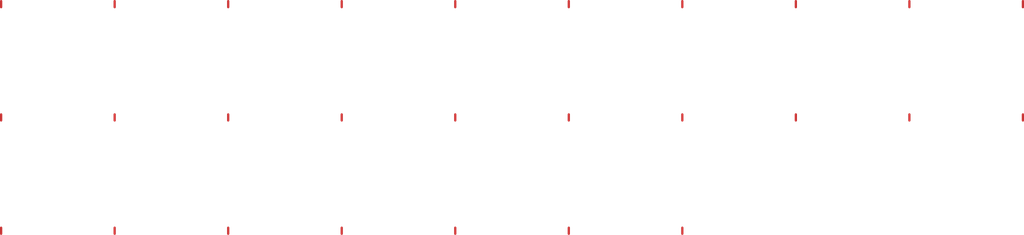
<source format=kicad_pcb>
  (kicad_pcb (version 4) (host pcbnew "(2014-07-21 BZR 5016)-product")

  (general
    (links 0)
    (no_connects 0)
    (area 0 0 0 0)
    (thickness 1.6)
    (drawings 1)
    (tracks 0)
    (zones 0)
    (modules 42)
    (nets 2)
  )

  (page A4)
  (layers
    (0 F.Cu signal)
	(1 In1.Cu signal)
    (2 In2.Cu power)
    (3 In3.Cu power)
    (4 In4.Cu signal)
    (5 In5.Cu signal)
    (6 In6.Cu signal)
    (7 In7.Cu signal)
    (8 In8.Cu signal)
    (31 B.Cu signal)
    (32 B.Adhes user)
    (33 F.Adhes user)
    (34 B.Paste user)
    (35 F.Paste user)
    (36 B.SilkS user)
    (37 F.SilkS user)
    (38 B.Mask user)
    (39 F.Mask user)
    (40 Dwgs.User user)
    (41 Cmts.User user)
    (42 Eco1.User user)
    (43 Eco2.User user)
    (44 Edge.Cuts user)
    (45 Margin user)
    (46 B.CrtYd user)
    (47 F.CrtYd user)
    (48 B.Fab user)
    (49 F.Fab user)

  )

  (setup
    (last_trace_width 0.254)
    (trace_clearance 0.127)
    (zone_clearance 0.0144)
    (zone_45_only no)
    (trace_min 0.254)
    (segment_width 0.2)
    (edge_width 0.1)
    (via_size 0.889)
    (via_drill 0.635)
    (via_min_size 0.889)
    (via_min_drill 0.508)
    (uvia_size 0.508)
    (uvia_drill 0.127)
    (uvias_allowed no)
    (uvia_min_size 0.508)
    (uvia_min_drill 0.127)
    (pcb_text_width 0.3)
    (pcb_text_size 1.5 1.5)
    (mod_edge_width 0.15)
    (mod_text_size 1 1)
    (mod_text_width 0.15)
    (pad_size 1.5 1.5)
    (pad_drill 0.6)
    (pad_to_mask_clearance 0)
    (aux_axis_origin 0 0)
    (visible_elements 7FFFF77F)
    (pcbplotparams
      (layerselection 262143)
      (usegerberextensions false)
      (excludeedgelayer true)
      (linewidth 0.100000)
      (plotframeref false)
      (viasonmask false)
      (mode 1)
      (useauxorigin false)
      (hpglpennumber 1)
      (hpglpenspeed 20)
      (hpglpendiameter 15)
      (hpglpenoverlay 2)
      (psnegative false)
      (psa4output false)
      (plotreference true)
      (plotvalue true)
      (plotinvisibletext false)
      (padsonsilk false)
      (subtractmaskfromsilk false)
      (outputformat 1)
      (mirror false)
      (drillshape 0)
      (scaleselection 1)
      (outputdirectory "GerberOutput/"))
  )

  (net 0 "")
  (net 1 "Net1")
  
  (net_class Default "This is the default net class."
    (clearance 0.254)
    (trace_width 0.254)
    (via_dia 0.889)
    (via_drill 0.635)
    (uvia_dia 0.508)
    (uvia_drill 0.127)
	(add_net Net1)
  )
  (module A0 (layer F.Cu) (tedit 4289BEAB) (tstamp 539EEDBF)
    (at 30 30)
    (path /539EEC0F)
    (attr smd)
	(model "/home/rmarko/git/ODriveHardware/v3/wrlshp/2196A315-400F.wrl"
      (at (xyz 0 0 0))
      (scale (xyz 1 1 1))
      (rotate (xyz 0 0 0))
    )
    (pad "1" smd oval (at 0.0 0.0) (size 0.60000 2.20000) 
      (layers F.Cu F.Mask F.Paste)
    )
  )
  (module A1 (layer F.Cu) (tedit 4289BEAB) (tstamp 539EEDBF)
    (at 60 30)
    (path /539EEC0F)
    (attr smd)
	(model "/home/rmarko/git/ODriveHardware/v3/wrlshp/34DED447-C87F.wrl"
      (at (xyz 0 0 0))
      (scale (xyz 1 1 1))
      (rotate (xyz 0 0 0))
    )
    (pad "1" smd oval (at 0.0 0.0) (size 0.60000 2.20000) 
      (layers F.Cu F.Mask F.Paste)
    )
  )
  (module A2 (layer F.Cu) (tedit 4289BEAB) (tstamp 539EEDBF)
    (at 90 30)
    (path /539EEC0F)
    (attr smd)
	(model "/home/rmarko/git/ODriveHardware/v3/wrlshp/3787B4EA-9498.wrl"
      (at (xyz 0 0 0))
      (scale (xyz 1 1 1))
      (rotate (xyz 0 0 0))
    )
    (pad "1" smd oval (at 0.0 0.0) (size 0.60000 2.20000) 
      (layers F.Cu F.Mask F.Paste)
    )
  )
  (module A3 (layer F.Cu) (tedit 4289BEAB) (tstamp 539EEDBF)
    (at 120 30)
    (path /539EEC0F)
    (attr smd)
	(model "/home/rmarko/git/ODriveHardware/v3/wrlshp/3CE2089C-6204.wrl"
      (at (xyz 0 0 0))
      (scale (xyz 1 1 1))
      (rotate (xyz 0 0 0))
    )
    (pad "1" smd oval (at 0.0 0.0) (size 0.60000 2.20000) 
      (layers F.Cu F.Mask F.Paste)
    )
  )
  (module A4 (layer F.Cu) (tedit 4289BEAB) (tstamp 539EEDBF)
    (at 150 30)
    (path /539EEC0F)
    (attr smd)
	(model "/home/rmarko/git/ODriveHardware/v3/wrlshp/4C8941FA-F7C0.wrl"
      (at (xyz 0 0 0))
      (scale (xyz 1 1 1))
      (rotate (xyz 0 0 0))
    )
    (pad "1" smd oval (at 0.0 0.0) (size 0.60000 2.20000) 
      (layers F.Cu F.Mask F.Paste)
    )
  )
  (module A5 (layer F.Cu) (tedit 4289BEAB) (tstamp 539EEDBF)
    (at 180 30)
    (path /539EEC0F)
    (attr smd)
	(model "/home/rmarko/git/ODriveHardware/v3/wrlshp/5141F62E-C891.wrl"
      (at (xyz 0 0 0))
      (scale (xyz 1 1 1))
      (rotate (xyz 0 0 0))
    )
    (pad "1" smd oval (at 0.0 0.0) (size 0.60000 2.20000) 
      (layers F.Cu F.Mask F.Paste)
    )
  )
  (module A6 (layer F.Cu) (tedit 4289BEAB) (tstamp 539EEDBF)
    (at 210 30)
    (path /539EEC0F)
    (attr smd)
	(model "/home/rmarko/git/ODriveHardware/v3/wrlshp/51A1AA47-E5EB.wrl"
      (at (xyz 0 0 0))
      (scale (xyz 1 1 1))
      (rotate (xyz 0 0 0))
    )
    (pad "1" smd oval (at 0.0 0.0) (size 0.60000 2.20000) 
      (layers F.Cu F.Mask F.Paste)
    )
  )
  (module A7 (layer F.Cu) (tedit 4289BEAB) (tstamp 539EEDBF)
    (at 240 30)
    (path /539EEC0F)
    (attr smd)
	(model "/home/rmarko/git/ODriveHardware/v3/wrlshp/53F57182-4AE1.wrl"
      (at (xyz 0 0 0))
      (scale (xyz 1 1 1))
      (rotate (xyz 0 0 0))
    )
    (pad "1" smd oval (at 0.0 0.0) (size 0.60000 2.20000) 
      (layers F.Cu F.Mask F.Paste)
    )
  )
  (module A8 (layer F.Cu) (tedit 4289BEAB) (tstamp 539EEDBF)
    (at 270 30)
    (path /539EEC0F)
    (attr smd)
	(model "/home/rmarko/git/ODriveHardware/v3/wrlshp/549FEBD6-1F0A.wrl"
      (at (xyz 0 0 0))
      (scale (xyz 1 1 1))
      (rotate (xyz 0 0 0))
    )
    (pad "1" smd oval (at 0.0 0.0) (size 0.60000 2.20000) 
      (layers F.Cu F.Mask F.Paste)
    )
  )
  (module A9 (layer F.Cu) (tedit 4289BEAB) (tstamp 539EEDBF)
    (at 300 30)
    (path /539EEC0F)
    (attr smd)
	(model "/home/rmarko/git/ODriveHardware/v3/wrlshp/602EF5FA-FFFC.wrl"
      (at (xyz 0 0 0))
      (scale (xyz 1 1 1))
      (rotate (xyz 0 0 0))
    )
    (pad "1" smd oval (at 0.0 0.0) (size 0.60000 2.20000) 
      (layers F.Cu F.Mask F.Paste)
    )
  )
  (module A10 (layer F.Cu) (tedit 4289BEAB) (tstamp 539EEDBF)
    (at 30 60)
    (path /539EEC0F)
    (attr smd)
	(model "/home/rmarko/git/ODriveHardware/v3/wrlshp/639ABB13-86F7.wrl"
      (at (xyz 0 0 0))
      (scale (xyz 1 1 1))
      (rotate (xyz 0 0 0))
    )
    (pad "1" smd oval (at 0.0 0.0) (size 0.60000 2.20000) 
      (layers F.Cu F.Mask F.Paste)
    )
  )
  (module A11 (layer F.Cu) (tedit 4289BEAB) (tstamp 539EEDBF)
    (at 60 60)
    (path /539EEC0F)
    (attr smd)
	(model "/home/rmarko/git/ODriveHardware/v3/wrlshp/7A305B82-DB59.wrl"
      (at (xyz 0 0 0))
      (scale (xyz 1 1 1))
      (rotate (xyz 0 0 0))
    )
    (pad "1" smd oval (at 0.0 0.0) (size 0.60000 2.20000) 
      (layers F.Cu F.Mask F.Paste)
    )
  )
  (module A12 (layer F.Cu) (tedit 4289BEAB) (tstamp 539EEDBF)
    (at 90 60)
    (path /539EEC0F)
    (attr smd)
	(model "/home/rmarko/git/ODriveHardware/v3/wrlshp/800126C5-67FD.wrl"
      (at (xyz 0 0 0))
      (scale (xyz 1 1 1))
      (rotate (xyz 0 0 0))
    )
    (pad "1" smd oval (at 0.0 0.0) (size 0.60000 2.20000) 
      (layers F.Cu F.Mask F.Paste)
    )
  )
  (module A13 (layer F.Cu) (tedit 4289BEAB) (tstamp 539EEDBF)
    (at 120 60)
    (path /539EEC0F)
    (attr smd)
	(model "/home/rmarko/git/ODriveHardware/v3/wrlshp/8289D647-FC5C.wrl"
      (at (xyz 0 0 0))
      (scale (xyz 1 1 1))
      (rotate (xyz 0 0 0))
    )
    (pad "1" smd oval (at 0.0 0.0) (size 0.60000 2.20000) 
      (layers F.Cu F.Mask F.Paste)
    )
  )
  (module A14 (layer F.Cu) (tedit 4289BEAB) (tstamp 539EEDBF)
    (at 150 60)
    (path /539EEC0F)
    (attr smd)
	(model "/home/rmarko/git/ODriveHardware/v3/wrlshp/878AC0E4-4ACF.wrl"
      (at (xyz 0 0 0))
      (scale (xyz 1 1 1))
      (rotate (xyz 0 0 0))
    )
    (pad "1" smd oval (at 0.0 0.0) (size 0.60000 2.20000) 
      (layers F.Cu F.Mask F.Paste)
    )
  )
  (module A15 (layer F.Cu) (tedit 4289BEAB) (tstamp 539EEDBF)
    (at 180 60)
    (path /539EEC0F)
    (attr smd)
	(model "/home/rmarko/git/ODriveHardware/v3/wrlshp/AAD67A7F-1F43.wrl"
      (at (xyz 0 0 0))
      (scale (xyz 1 1 1))
      (rotate (xyz 0 0 0))
    )
    (pad "1" smd oval (at 0.0 0.0) (size 0.60000 2.20000) 
      (layers F.Cu F.Mask F.Paste)
    )
  )
  (module A16 (layer F.Cu) (tedit 4289BEAB) (tstamp 539EEDBF)
    (at 210 60)
    (path /539EEC0F)
    (attr smd)
	(model "/home/rmarko/git/ODriveHardware/v3/wrlshp/AB18EFE7-86E4.wrl"
      (at (xyz 0 0 0))
      (scale (xyz 1 1 1))
      (rotate (xyz 0 0 0))
    )
    (pad "1" smd oval (at 0.0 0.0) (size 0.60000 2.20000) 
      (layers F.Cu F.Mask F.Paste)
    )
  )
  (module A17 (layer F.Cu) (tedit 4289BEAB) (tstamp 539EEDBF)
    (at 240 60)
    (path /539EEC0F)
    (attr smd)
	(model "/home/rmarko/git/ODriveHardware/v3/wrlshp/ABCC6014-9B5C.wrl"
      (at (xyz 0 0 0))
      (scale (xyz 1 1 1))
      (rotate (xyz 0 0 0))
    )
    (pad "1" smd oval (at 0.0 0.0) (size 0.60000 2.20000) 
      (layers F.Cu F.Mask F.Paste)
    )
  )
  (module A18 (layer F.Cu) (tedit 4289BEAB) (tstamp 539EEDBF)
    (at 270 60)
    (path /539EEC0F)
    (attr smd)
	(model "/home/rmarko/git/ODriveHardware/v3/wrlshp/C7B09A11-73F0.wrl"
      (at (xyz 0 0 0))
      (scale (xyz 1 1 1))
      (rotate (xyz 0 0 0))
    )
    (pad "1" smd oval (at 0.0 0.0) (size 0.60000 2.20000) 
      (layers F.Cu F.Mask F.Paste)
    )
  )
  (module A19 (layer F.Cu) (tedit 4289BEAB) (tstamp 539EEDBF)
    (at 300 60)
    (path /539EEC0F)
    (attr smd)
	(model "/home/rmarko/git/ODriveHardware/v3/wrlshp/CD2E9E3A-6678.wrl"
      (at (xyz 0 0 0))
      (scale (xyz 1 1 1))
      (rotate (xyz 0 0 0))
    )
    (pad "1" smd oval (at 0.0 0.0) (size 0.60000 2.20000) 
      (layers F.Cu F.Mask F.Paste)
    )
  )
  (module A20 (layer F.Cu) (tedit 4289BEAB) (tstamp 539EEDBF)
    (at 30 90)
    (path /539EEC0F)
    (attr smd)
	(model "/home/rmarko/git/ODriveHardware/v3/wrlshp/CD3FC302-051A.wrl"
      (at (xyz 0 0 0))
      (scale (xyz 1 1 1))
      (rotate (xyz 0 0 0))
    )
    (pad "1" smd oval (at 0.0 0.0) (size 0.60000 2.20000) 
      (layers F.Cu F.Mask F.Paste)
    )
  )
  (module A21 (layer F.Cu) (tedit 4289BEAB) (tstamp 539EEDBF)
    (at 60 90)
    (path /539EEC0F)
    (attr smd)
	(model "/home/rmarko/git/ODriveHardware/v3/wrlshp/D82B812F-A3FC.wrl"
      (at (xyz 0 0 0))
      (scale (xyz 1 1 1))
      (rotate (xyz 0 0 0))
    )
    (pad "1" smd oval (at 0.0 0.0) (size 0.60000 2.20000) 
      (layers F.Cu F.Mask F.Paste)
    )
  )
  (module A22 (layer F.Cu) (tedit 4289BEAB) (tstamp 539EEDBF)
    (at 90 90)
    (path /539EEC0F)
    (attr smd)
	(model "/home/rmarko/git/ODriveHardware/v3/wrlshp/D8B3DC54-5D78.wrl"
      (at (xyz 0 0 0))
      (scale (xyz 1 1 1))
      (rotate (xyz 0 0 0))
    )
    (pad "1" smd oval (at 0.0 0.0) (size 0.60000 2.20000) 
      (layers F.Cu F.Mask F.Paste)
    )
  )
  (module A23 (layer F.Cu) (tedit 4289BEAB) (tstamp 539EEDBF)
    (at 120 90)
    (path /539EEC0F)
    (attr smd)
	(model "/home/rmarko/git/ODriveHardware/v3/wrlshp/DCDE2033-8508.wrl"
      (at (xyz 0 0 0))
      (scale (xyz 1 1 1))
      (rotate (xyz 0 0 0))
    )
    (pad "1" smd oval (at 0.0 0.0) (size 0.60000 2.20000) 
      (layers F.Cu F.Mask F.Paste)
    )
  )
  (module A24 (layer F.Cu) (tedit 4289BEAB) (tstamp 539EEDBF)
    (at 150 90)
    (path /539EEC0F)
    (attr smd)
	(model "/home/rmarko/git/ODriveHardware/v3/wrlshp/E86C7341-6265.wrl"
      (at (xyz 0 0 0))
      (scale (xyz 1 1 1))
      (rotate (xyz 0 0 0))
    )
    (pad "1" smd oval (at 0.0 0.0) (size 0.60000 2.20000) 
      (layers F.Cu F.Mask F.Paste)
    )
  )
  (module A25 (layer F.Cu) (tedit 4289BEAB) (tstamp 539EEDBF)
    (at 180 90)
    (path /539EEC0F)
    (attr smd)
	(model "/home/rmarko/git/ODriveHardware/v3/wrlshp/EB3DA375-73FC.wrl"
      (at (xyz 0 0 0))
      (scale (xyz 1 1 1))
      (rotate (xyz 0 0 0))
    )
    (pad "1" smd oval (at 0.0 0.0) (size 0.60000 2.20000) 
      (layers F.Cu F.Mask F.Paste)
    )
  )
  (module A26 (layer F.Cu) (tedit 4289BEAB) (tstamp 539EEDBF)
    (at 210 90)
    (path /539EEC0F)
    (attr smd)
	(model "/home/rmarko/git/ODriveHardware/v3/wrlshp/FFC98915-B0C0.wrl"
      (at (xyz 0 0 0))
      (scale (xyz 1 1 1))
      (rotate (xyz 0 0 0))
    )
    (pad "1" smd oval (at 0.0 0.0) (size 0.60000 2.20000) 
      (layers F.Cu F.Mask F.Paste)
    )
  )
)

</source>
